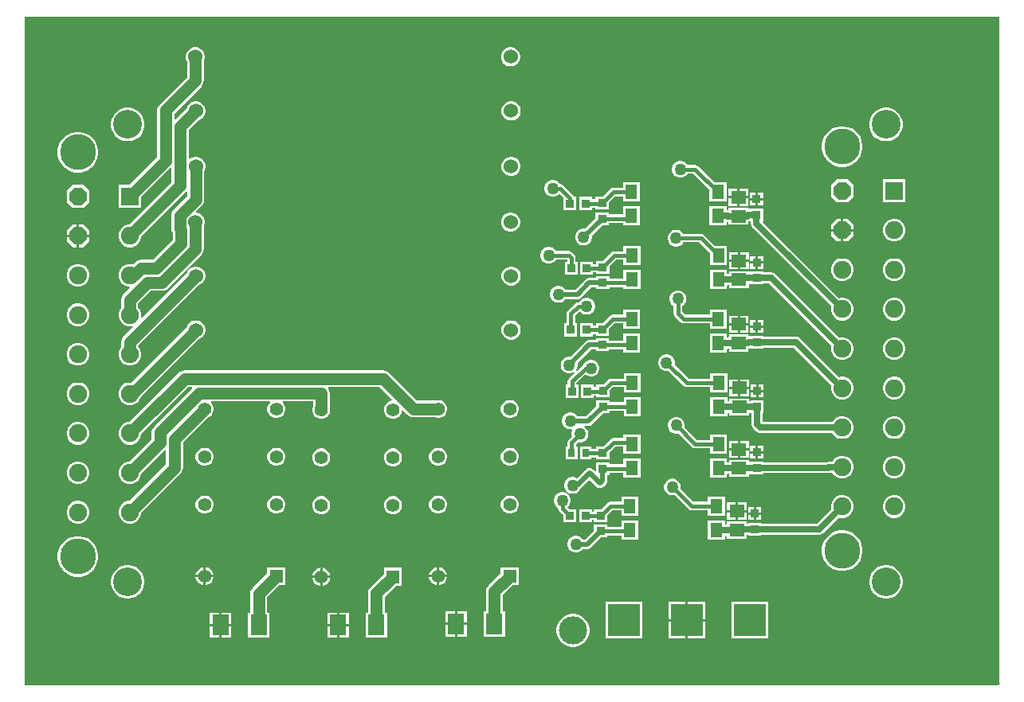
<source format=gtl>
G04*
G04 #@! TF.GenerationSoftware,Altium Limited,Altium Designer,21.8.1 (53)*
G04*
G04 Layer_Physical_Order=1*
G04 Layer_Color=255*
%FSLAX25Y25*%
%MOIN*%
G70*
G04*
G04 #@! TF.SameCoordinates,729F89BC-3EE5-4BC6-91F8-0038CAF30645*
G04*
G04*
G04 #@! TF.FilePolarity,Positive*
G04*
G01*
G75*
%ADD15R,0.02756X0.03543*%
%ADD16R,0.03543X0.03347*%
%ADD17R,0.06300X0.05200*%
%ADD18R,0.05118X0.05906*%
%ADD19R,0.03347X0.03543*%
%ADD20R,0.07000X0.08500*%
%ADD30C,0.11811*%
%ADD31R,0.13189X0.13189*%
%ADD32C,0.05512*%
%ADD33R,0.05512X0.05512*%
%ADD37C,0.01500*%
%ADD38C,0.05000*%
%ADD39C,0.02000*%
%ADD40C,0.02500*%
%ADD41C,0.07500*%
%ADD42R,0.07500X0.07500*%
%ADD43P,0.08118X8X202.5*%
%ADD44C,0.06000*%
%ADD45C,0.15000*%
%ADD46C,0.05000*%
%ADD47C,0.12000*%
G36*
X407700Y1200D02*
X408000Y900D01*
X407100Y0D01*
X0D01*
Y279900D01*
X407700D01*
Y1200D01*
D02*
G37*
%LPC*%
G36*
X203927Y267200D02*
X202873D01*
X201856Y266927D01*
X200944Y266401D01*
X200199Y265656D01*
X199673Y264744D01*
X199400Y263727D01*
Y262673D01*
X199673Y261656D01*
X200199Y260744D01*
X200944Y259999D01*
X201856Y259473D01*
X202873Y259200D01*
X203927D01*
X204944Y259473D01*
X205856Y259999D01*
X206601Y260744D01*
X207127Y261656D01*
X207400Y262673D01*
Y263727D01*
X207127Y264744D01*
X206601Y265656D01*
X205856Y266401D01*
X204944Y266927D01*
X203927Y267200D01*
D02*
G37*
G36*
X204127Y244500D02*
X203073D01*
X202056Y244227D01*
X201144Y243701D01*
X200399Y242956D01*
X199873Y242044D01*
X199600Y241027D01*
Y239973D01*
X199873Y238956D01*
X200399Y238044D01*
X201144Y237299D01*
X202056Y236773D01*
X203073Y236500D01*
X204127D01*
X205144Y236773D01*
X206056Y237299D01*
X206801Y238044D01*
X207327Y238956D01*
X207600Y239973D01*
Y241027D01*
X207327Y242044D01*
X206801Y242956D01*
X206056Y243701D01*
X205144Y244227D01*
X204127Y244500D01*
D02*
G37*
G36*
X361089Y241850D02*
X359711D01*
X358358Y241581D01*
X357084Y241053D01*
X355938Y240287D01*
X354963Y239312D01*
X354197Y238166D01*
X353669Y236892D01*
X353400Y235539D01*
Y234161D01*
X353669Y232808D01*
X354197Y231534D01*
X354963Y230388D01*
X355938Y229413D01*
X357084Y228647D01*
X358358Y228119D01*
X359711Y227850D01*
X361089D01*
X362442Y228119D01*
X363716Y228647D01*
X364862Y229413D01*
X365837Y230388D01*
X366603Y231534D01*
X367131Y232808D01*
X367400Y234161D01*
Y235539D01*
X367131Y236892D01*
X366603Y238166D01*
X365837Y239312D01*
X364862Y240287D01*
X363716Y241053D01*
X362442Y241581D01*
X361089Y241850D01*
D02*
G37*
G36*
X43889D02*
X42511D01*
X41158Y241581D01*
X39884Y241053D01*
X38738Y240287D01*
X37763Y239312D01*
X36997Y238166D01*
X36469Y236892D01*
X36200Y235539D01*
Y234161D01*
X36469Y232808D01*
X36997Y231534D01*
X37763Y230388D01*
X38738Y229413D01*
X39884Y228647D01*
X41158Y228119D01*
X42511Y227850D01*
X43889D01*
X45242Y228119D01*
X46516Y228647D01*
X47662Y229413D01*
X48637Y230388D01*
X49403Y231534D01*
X49931Y232808D01*
X50200Y234161D01*
Y235539D01*
X49931Y236892D01*
X49403Y238166D01*
X48637Y239312D01*
X47662Y240287D01*
X46516Y241053D01*
X45242Y241581D01*
X43889Y241850D01*
D02*
G37*
G36*
X342937Y234160D02*
X341263D01*
X339621Y233833D01*
X338074Y233193D01*
X336682Y232262D01*
X335498Y231078D01*
X334567Y229686D01*
X333927Y228139D01*
X333600Y226497D01*
Y224823D01*
X333927Y223181D01*
X334567Y221634D01*
X335498Y220242D01*
X336682Y219058D01*
X338074Y218127D01*
X339621Y217487D01*
X341263Y217160D01*
X342937D01*
X344579Y217487D01*
X346126Y218127D01*
X347518Y219058D01*
X348702Y220242D01*
X349633Y221634D01*
X350273Y223181D01*
X350600Y224823D01*
Y226497D01*
X350273Y228139D01*
X349633Y229686D01*
X348702Y231078D01*
X347518Y232262D01*
X346126Y233193D01*
X344579Y233833D01*
X342937Y234160D01*
D02*
G37*
G36*
X23237Y231780D02*
X21563D01*
X19921Y231453D01*
X18374Y230813D01*
X16982Y229882D01*
X15798Y228698D01*
X14867Y227306D01*
X14227Y225759D01*
X13900Y224117D01*
Y222443D01*
X14227Y220801D01*
X14867Y219254D01*
X15798Y217862D01*
X16982Y216678D01*
X18374Y215747D01*
X19921Y215107D01*
X21563Y214780D01*
X23237D01*
X24879Y215107D01*
X26426Y215747D01*
X27818Y216678D01*
X29002Y217862D01*
X29933Y219254D01*
X30573Y220801D01*
X30900Y222443D01*
Y224117D01*
X30573Y225759D01*
X29933Y227306D01*
X29002Y228698D01*
X27818Y229882D01*
X26426Y230813D01*
X24879Y231453D01*
X23237Y231780D01*
D02*
G37*
G36*
X204067Y221300D02*
X203013D01*
X201996Y221027D01*
X201084Y220501D01*
X200339Y219756D01*
X199813Y218844D01*
X199540Y217827D01*
Y216773D01*
X199813Y215756D01*
X200339Y214844D01*
X201084Y214099D01*
X201996Y213573D01*
X203013Y213300D01*
X204067D01*
X205084Y213573D01*
X205996Y214099D01*
X206741Y214844D01*
X207267Y215756D01*
X207540Y216773D01*
Y217827D01*
X207267Y218844D01*
X206741Y219756D01*
X205996Y220501D01*
X205084Y221027D01*
X204067Y221300D01*
D02*
G37*
G36*
X302850Y208000D02*
X299200D01*
Y204900D01*
X302850D01*
Y208000D01*
D02*
G37*
G36*
X298200D02*
X294550D01*
Y204900D01*
X298200D01*
Y208000D01*
D02*
G37*
G36*
X308972Y206221D02*
X306700D01*
Y204048D01*
X308972D01*
Y206221D01*
D02*
G37*
G36*
X305700D02*
X303428D01*
Y204048D01*
X305700D01*
Y206221D01*
D02*
G37*
G36*
X274861Y219600D02*
X273939D01*
X273049Y219361D01*
X272251Y218901D01*
X271599Y218249D01*
X271139Y217451D01*
X270900Y216561D01*
Y215639D01*
X271139Y214749D01*
X271599Y213951D01*
X272251Y213299D01*
X273049Y212839D01*
X273939Y212600D01*
X274861D01*
X275751Y212839D01*
X276549Y213299D01*
X277201Y213951D01*
X277411Y214316D01*
X279871D01*
X286551Y207636D01*
Y202647D01*
X293669D01*
Y210553D01*
X288681D01*
X281872Y217362D01*
X281293Y217748D01*
X280610Y217884D01*
X277411D01*
X277201Y218249D01*
X276549Y218901D01*
X275751Y219361D01*
X274861Y219600D01*
D02*
G37*
G36*
X257449Y210553D02*
X250331D01*
Y208384D01*
X246352D01*
X245669Y208248D01*
X245090Y207862D01*
X241850Y204621D01*
X238928D01*
Y203584D01*
X237321D01*
Y204572D01*
X231975D01*
Y199028D01*
X237321D01*
Y200016D01*
X238928D01*
Y199275D01*
X244472D01*
Y202196D01*
X247091Y204816D01*
X250331D01*
Y202647D01*
X257449D01*
Y210553D01*
D02*
G37*
G36*
X368550Y211910D02*
X359050D01*
Y202410D01*
X368550D01*
Y211910D01*
D02*
G37*
G36*
X344475D02*
X339725D01*
X337350Y209535D01*
Y204785D01*
X339725Y202410D01*
X344475D01*
X346850Y204785D01*
Y209535D01*
X344475Y211910D01*
D02*
G37*
G36*
X308972Y203048D02*
X306700D01*
Y200875D01*
X308972D01*
Y203048D01*
D02*
G37*
G36*
X305700D02*
X303428D01*
Y200875D01*
X305700D01*
Y203048D01*
D02*
G37*
G36*
X302850Y203900D02*
X299200D01*
Y200800D01*
X302850D01*
Y203900D01*
D02*
G37*
G36*
X298200D02*
X294550D01*
Y200800D01*
X298200D01*
Y203900D01*
D02*
G37*
G36*
X24775Y209530D02*
X20025D01*
X17650Y207155D01*
Y202405D01*
X20025Y200030D01*
X24775D01*
X27150Y202405D01*
Y207155D01*
X24775Y209530D01*
D02*
G37*
G36*
X221461Y211600D02*
X220539D01*
X219649Y211362D01*
X218851Y210901D01*
X218199Y210249D01*
X217739Y209451D01*
X217500Y208561D01*
Y207639D01*
X217739Y206749D01*
X218199Y205951D01*
X218851Y205299D01*
X219649Y204838D01*
X220539Y204600D01*
X221461D01*
X222351Y204838D01*
X223149Y205299D01*
X223765Y205915D01*
X225479Y204202D01*
Y199028D01*
X230825D01*
Y204572D01*
X229833D01*
X229801Y204735D01*
X229414Y205314D01*
X229414Y205314D01*
X225366Y209362D01*
X224787Y209749D01*
X224104Y209884D01*
X224011D01*
X223801Y210249D01*
X223149Y210901D01*
X222351Y211362D01*
X221461Y211600D01*
D02*
G37*
G36*
X257449Y200553D02*
X250331D01*
Y197236D01*
X244472D01*
Y198125D01*
X238928D01*
Y195564D01*
X234521Y191157D01*
X234361Y191200D01*
X233439D01*
X232549Y190962D01*
X231751Y190501D01*
X231099Y189849D01*
X230639Y189051D01*
X230400Y188161D01*
Y187239D01*
X230639Y186349D01*
X231099Y185551D01*
X231751Y184899D01*
X232549Y184439D01*
X233439Y184200D01*
X234361D01*
X235251Y184439D01*
X236049Y184899D01*
X236701Y185551D01*
X237161Y186349D01*
X237400Y187239D01*
Y188161D01*
X237377Y188245D01*
X241911Y192779D01*
X244472D01*
Y193668D01*
X250331D01*
Y192647D01*
X257449D01*
Y200553D01*
D02*
G37*
G36*
X344475Y195370D02*
X342600D01*
Y191120D01*
X346850D01*
Y192995D01*
X344475Y195370D01*
D02*
G37*
G36*
X341600D02*
X339725D01*
X337350Y192995D01*
Y191120D01*
X341600D01*
Y195370D01*
D02*
G37*
G36*
X203927Y198000D02*
X202873D01*
X201856Y197727D01*
X200944Y197201D01*
X200199Y196456D01*
X199673Y195544D01*
X199400Y194527D01*
Y193473D01*
X199673Y192456D01*
X200199Y191544D01*
X200944Y190799D01*
X201856Y190273D01*
X202873Y190000D01*
X203927D01*
X204944Y190273D01*
X205856Y190799D01*
X206601Y191544D01*
X207127Y192456D01*
X207400Y193473D01*
Y194527D01*
X207127Y195544D01*
X206601Y196456D01*
X205856Y197201D01*
X204944Y197727D01*
X203927Y198000D01*
D02*
G37*
G36*
X24775Y192990D02*
X22900D01*
Y188740D01*
X27150D01*
Y190615D01*
X24775Y192990D01*
D02*
G37*
G36*
X21900D02*
X20025D01*
X17650Y190615D01*
Y188740D01*
X21900D01*
Y192990D01*
D02*
G37*
G36*
X364425Y195370D02*
X363175D01*
X361967Y195046D01*
X360883Y194421D01*
X359999Y193537D01*
X359374Y192453D01*
X359050Y191245D01*
Y189995D01*
X359374Y188787D01*
X359999Y187703D01*
X360883Y186819D01*
X361967Y186194D01*
X363175Y185870D01*
X364425D01*
X365633Y186194D01*
X366717Y186819D01*
X367601Y187703D01*
X368226Y188787D01*
X368550Y189995D01*
Y191245D01*
X368226Y192453D01*
X367601Y193537D01*
X366717Y194421D01*
X365633Y195046D01*
X364425Y195370D01*
D02*
G37*
G36*
X346850Y190120D02*
X342600D01*
Y185870D01*
X344475D01*
X346850Y188245D01*
Y190120D01*
D02*
G37*
G36*
X341600D02*
X337350D01*
Y188245D01*
X339725Y185870D01*
X341600D01*
Y190120D01*
D02*
G37*
G36*
X27150Y187740D02*
X22900D01*
Y183490D01*
X24775D01*
X27150Y185865D01*
Y187740D01*
D02*
G37*
G36*
X21900D02*
X17650D01*
Y185865D01*
X20025Y183490D01*
X21900D01*
Y187740D01*
D02*
G37*
G36*
X257649Y183953D02*
X250531D01*
Y181784D01*
X246852D01*
X246852Y181784D01*
X246169Y181649D01*
X245590Y181262D01*
X245590Y181262D01*
X242050Y177721D01*
X239128D01*
Y176484D01*
X237921D01*
Y177472D01*
X232575D01*
Y171928D01*
X237921D01*
Y172916D01*
X239128D01*
Y172375D01*
X244672D01*
Y175296D01*
X247591Y178216D01*
X250531D01*
Y176047D01*
X257649D01*
Y183953D01*
D02*
G37*
G36*
X303050Y181400D02*
X299400D01*
Y178300D01*
X303050D01*
Y181400D01*
D02*
G37*
G36*
X298400D02*
X294750D01*
Y178300D01*
X298400D01*
Y181400D01*
D02*
G37*
G36*
X309172Y179721D02*
X306900D01*
Y177548D01*
X309172D01*
Y179721D01*
D02*
G37*
G36*
X305900D02*
X303628D01*
Y177548D01*
X305900D01*
Y179721D01*
D02*
G37*
G36*
X72027Y267200D02*
X70973D01*
X69956Y266927D01*
X69044Y266401D01*
X68299Y265656D01*
X67773Y264744D01*
X67500Y263727D01*
Y262673D01*
X67773Y261656D01*
X67970Y261315D01*
Y254762D01*
X56644Y243436D01*
X56083Y242705D01*
X55730Y241854D01*
X55610Y240940D01*
Y221282D01*
X43857Y209530D01*
X39350D01*
Y200030D01*
X48850D01*
Y204538D01*
X61148Y216835D01*
X61610Y216644D01*
Y210742D01*
X43857Y192990D01*
X43475D01*
X42267Y192666D01*
X41183Y192041D01*
X40299Y191157D01*
X39674Y190073D01*
X39350Y188865D01*
Y187615D01*
X39674Y186407D01*
X40299Y185323D01*
X41183Y184439D01*
X42267Y183814D01*
X43475Y183490D01*
X44725D01*
X45933Y183814D01*
X47017Y184439D01*
X47901Y185323D01*
X48526Y186407D01*
X48850Y187615D01*
Y187997D01*
X67610Y206757D01*
X67744Y206747D01*
X68110Y206623D01*
Y204795D01*
X62504Y199189D01*
X61943Y198458D01*
X61590Y197606D01*
X61470Y196692D01*
Y191308D01*
X61590Y190394D01*
X61943Y189542D01*
X61970Y189507D01*
Y186548D01*
X53649Y178227D01*
X48865D01*
X47951Y178107D01*
X47100Y177754D01*
X46369Y177193D01*
X45435Y176260D01*
X44725Y176450D01*
X43475D01*
X42267Y176126D01*
X41183Y175501D01*
X40299Y174617D01*
X39674Y173533D01*
X39350Y172325D01*
Y171075D01*
X39674Y169867D01*
X40299Y168783D01*
X41183Y167899D01*
X42267Y167274D01*
X43475Y166950D01*
X43957D01*
X44149Y166488D01*
X41604Y163943D01*
X41043Y163212D01*
X40690Y162361D01*
X40570Y161447D01*
Y158347D01*
X40299Y158077D01*
X39674Y156993D01*
X39350Y155785D01*
Y154535D01*
X39674Y153327D01*
X40299Y152243D01*
X41183Y151359D01*
X42267Y150734D01*
X43475Y150410D01*
X44725D01*
X45115Y150514D01*
X45374Y150066D01*
X41604Y146296D01*
X41043Y145565D01*
X40690Y144714D01*
X40570Y143800D01*
Y141807D01*
X40299Y141537D01*
X39674Y140453D01*
X39350Y139245D01*
Y137995D01*
X39674Y136787D01*
X40299Y135703D01*
X41183Y134819D01*
X42267Y134194D01*
X43475Y133870D01*
X44725D01*
X45933Y134194D01*
X47017Y134819D01*
X47901Y135703D01*
X48526Y136787D01*
X48850Y137995D01*
Y139245D01*
X48526Y140453D01*
X47901Y141537D01*
X47630Y141807D01*
Y142338D01*
X72863Y167570D01*
X73244Y167673D01*
X74156Y168199D01*
X74901Y168944D01*
X75427Y169856D01*
X75700Y170873D01*
Y171927D01*
X75427Y172944D01*
X74901Y173856D01*
X74156Y174601D01*
X73244Y175127D01*
X72227Y175400D01*
X71173D01*
X70156Y175127D01*
X69244Y174601D01*
X68499Y173856D01*
X67973Y172944D01*
X67870Y172563D01*
X49194Y153886D01*
X48746Y154145D01*
X48850Y154535D01*
Y155785D01*
X48526Y156993D01*
X47901Y158077D01*
X47630Y158347D01*
Y159985D01*
X52812Y165167D01*
X57597D01*
X58511Y165287D01*
X59362Y165640D01*
X60093Y166201D01*
X73996Y180104D01*
X74557Y180835D01*
X74910Y181686D01*
X75030Y182600D01*
Y192114D01*
X75227Y192456D01*
X75500Y193473D01*
Y194527D01*
X75227Y195544D01*
X74701Y196456D01*
X73956Y197201D01*
X73044Y197727D01*
X72027Y198000D01*
X71953D01*
X71762Y198462D01*
X74136Y200836D01*
X74697Y201567D01*
X75050Y202419D01*
X75170Y203332D01*
Y215415D01*
X75367Y215756D01*
X75640Y216773D01*
Y217827D01*
X75367Y218844D01*
X74841Y219756D01*
X74096Y220501D01*
X73184Y221027D01*
X72167Y221300D01*
X71113D01*
X70096Y221027D01*
X69184Y220501D01*
X69132Y220449D01*
X68670Y220640D01*
Y232478D01*
X72863Y236670D01*
X73244Y236773D01*
X74156Y237299D01*
X74901Y238044D01*
X75427Y238956D01*
X75700Y239973D01*
Y241027D01*
X75427Y242044D01*
X74901Y242956D01*
X74156Y243701D01*
X73244Y244227D01*
X72227Y244500D01*
X71173D01*
X70156Y244227D01*
X69244Y243701D01*
X68499Y242956D01*
X67973Y242044D01*
X67870Y241663D01*
X63132Y236925D01*
X62670Y237116D01*
Y239478D01*
X73996Y250804D01*
X74557Y251535D01*
X74910Y252386D01*
X75030Y253300D01*
Y261315D01*
X75227Y261656D01*
X75500Y262673D01*
Y263727D01*
X75227Y264744D01*
X74701Y265656D01*
X73956Y266401D01*
X73044Y266927D01*
X72027Y267200D01*
D02*
G37*
G36*
X273061Y190800D02*
X272139D01*
X271249Y190561D01*
X270451Y190101D01*
X269799Y189449D01*
X269338Y188651D01*
X269100Y187761D01*
Y186839D01*
X269338Y185949D01*
X269799Y185151D01*
X270451Y184499D01*
X271249Y184038D01*
X272139Y183800D01*
X273061D01*
X273951Y184038D01*
X274749Y184499D01*
X275401Y185151D01*
X275611Y185516D01*
X282271D01*
X286751Y181036D01*
Y176047D01*
X293869D01*
Y183953D01*
X288881D01*
X284272Y188562D01*
X283693Y188949D01*
X283010Y189084D01*
X275611D01*
X275401Y189449D01*
X274749Y190101D01*
X273951Y190561D01*
X273061Y190800D01*
D02*
G37*
G36*
X309172Y176548D02*
X306900D01*
Y174375D01*
X309172D01*
Y176548D01*
D02*
G37*
G36*
X305900D02*
X303628D01*
Y174375D01*
X305900D01*
Y176548D01*
D02*
G37*
G36*
X303050Y177300D02*
X299400D01*
Y174200D01*
X303050D01*
Y177300D01*
D02*
G37*
G36*
X298400D02*
X294750D01*
Y174200D01*
X298400D01*
Y177300D01*
D02*
G37*
G36*
X219761Y183600D02*
X218839D01*
X217949Y183361D01*
X217151Y182901D01*
X216499Y182249D01*
X216038Y181451D01*
X215800Y180561D01*
Y179639D01*
X216038Y178749D01*
X216499Y177951D01*
X217151Y177299D01*
X217949Y176839D01*
X218839Y176600D01*
X219761D01*
X220651Y176839D01*
X221449Y177299D01*
X222101Y177951D01*
X222311Y178316D01*
X226961D01*
X226968Y178309D01*
Y177472D01*
X226079D01*
Y171928D01*
X231425D01*
Y177472D01*
X230536D01*
Y179048D01*
X230400Y179731D01*
X230014Y180310D01*
X230014Y180310D01*
X228962Y181362D01*
X228383Y181748D01*
X227700Y181884D01*
X222311D01*
X222101Y182249D01*
X221449Y182901D01*
X220651Y183361D01*
X219761Y183600D01*
D02*
G37*
G36*
X257649Y173953D02*
X250531D01*
Y170336D01*
X244672D01*
Y171225D01*
X239128D01*
Y170591D01*
X236236D01*
X235456Y170436D01*
X234794Y169994D01*
X230539Y165739D01*
X226264D01*
X226201Y165849D01*
X225549Y166501D01*
X224751Y166962D01*
X223861Y167200D01*
X222939D01*
X222049Y166962D01*
X221251Y166501D01*
X220599Y165849D01*
X220139Y165051D01*
X219900Y164161D01*
Y163239D01*
X220139Y162349D01*
X220599Y161551D01*
X221251Y160899D01*
X222049Y160439D01*
X222939Y160200D01*
X223861D01*
X224751Y160439D01*
X225549Y160899D01*
X226201Y161551D01*
X226264Y161661D01*
X231384D01*
X232165Y161816D01*
X232826Y162258D01*
X237081Y166513D01*
X239128D01*
Y165879D01*
X244672D01*
Y166768D01*
X250531D01*
Y166047D01*
X257649D01*
Y173953D01*
D02*
G37*
G36*
X364425Y178830D02*
X363175D01*
X361967Y178506D01*
X360883Y177881D01*
X359999Y176997D01*
X359374Y175913D01*
X359050Y174705D01*
Y173455D01*
X359374Y172247D01*
X359999Y171163D01*
X360883Y170279D01*
X361967Y169654D01*
X363175Y169330D01*
X364425D01*
X365633Y169654D01*
X366717Y170279D01*
X367601Y171163D01*
X368226Y172247D01*
X368550Y173455D01*
Y174705D01*
X368226Y175913D01*
X367601Y176997D01*
X366717Y177881D01*
X365633Y178506D01*
X364425Y178830D01*
D02*
G37*
G36*
X342725D02*
X341475D01*
X340267Y178506D01*
X339183Y177881D01*
X338299Y176997D01*
X337674Y175913D01*
X337350Y174705D01*
Y173455D01*
X337674Y172247D01*
X338299Y171163D01*
X339183Y170279D01*
X340267Y169654D01*
X341475Y169330D01*
X342725D01*
X343933Y169654D01*
X345017Y170279D01*
X345901Y171163D01*
X346526Y172247D01*
X346850Y173455D01*
Y174705D01*
X346526Y175913D01*
X345901Y176997D01*
X345017Y177881D01*
X343933Y178506D01*
X342725Y178830D01*
D02*
G37*
G36*
X204127Y175400D02*
X203073D01*
X202056Y175127D01*
X201144Y174601D01*
X200399Y173856D01*
X199873Y172944D01*
X199600Y171927D01*
Y170873D01*
X199873Y169856D01*
X200399Y168944D01*
X201144Y168199D01*
X202056Y167673D01*
X203073Y167400D01*
X204127D01*
X205144Y167673D01*
X206056Y168199D01*
X206801Y168944D01*
X207327Y169856D01*
X207600Y170873D01*
Y171927D01*
X207327Y172944D01*
X206801Y173856D01*
X206056Y174601D01*
X205144Y175127D01*
X204127Y175400D01*
D02*
G37*
G36*
X23025Y176450D02*
X21775D01*
X20567Y176126D01*
X19483Y175501D01*
X18599Y174617D01*
X17974Y173533D01*
X17650Y172325D01*
Y171075D01*
X17974Y169867D01*
X18599Y168783D01*
X19483Y167899D01*
X20567Y167274D01*
X21775Y166950D01*
X23025D01*
X24233Y167274D01*
X25317Y167899D01*
X26201Y168783D01*
X26826Y169867D01*
X27150Y171075D01*
Y172325D01*
X26826Y173533D01*
X26201Y174617D01*
X25317Y175501D01*
X24233Y176126D01*
X23025Y176450D01*
D02*
G37*
G36*
X235661Y162200D02*
X234739D01*
X233849Y161961D01*
X233051Y161501D01*
X232399Y160849D01*
X232189Y160484D01*
X231700D01*
X231017Y160348D01*
X230438Y159962D01*
X230438Y159962D01*
X227290Y156814D01*
X226904Y156235D01*
X226768Y155552D01*
Y151672D01*
X225879D01*
Y146128D01*
X231225D01*
Y151672D01*
X230336D01*
Y154813D01*
X231951Y156427D01*
X232590Y156360D01*
X233051Y155899D01*
X233849Y155438D01*
X234739Y155200D01*
X235661D01*
X236551Y155438D01*
X237349Y155899D01*
X238001Y156551D01*
X238461Y157349D01*
X238700Y158239D01*
Y159161D01*
X238461Y160051D01*
X238001Y160849D01*
X237349Y161501D01*
X236551Y161961D01*
X235661Y162200D01*
D02*
G37*
G36*
X257549Y157353D02*
X250431D01*
Y155184D01*
X246152D01*
X246152Y155184D01*
X245469Y155049D01*
X244890Y154662D01*
X244890Y154662D01*
X241950Y151721D01*
X239028D01*
Y150684D01*
X237721D01*
Y151672D01*
X232375D01*
Y146128D01*
X237721D01*
Y147116D01*
X239028D01*
Y146375D01*
X244572D01*
Y149296D01*
X246891Y151616D01*
X250431D01*
Y149447D01*
X257549D01*
Y157353D01*
D02*
G37*
G36*
X364425Y162290D02*
X363175D01*
X361967Y161966D01*
X360883Y161341D01*
X359999Y160457D01*
X359374Y159373D01*
X359050Y158165D01*
Y156915D01*
X359374Y155707D01*
X359999Y154623D01*
X360883Y153739D01*
X361967Y153114D01*
X363175Y152790D01*
X364425D01*
X365633Y153114D01*
X366717Y153739D01*
X367601Y154623D01*
X368226Y155707D01*
X368550Y156915D01*
Y158165D01*
X368226Y159373D01*
X367601Y160457D01*
X366717Y161341D01*
X365633Y161966D01*
X364425Y162290D01*
D02*
G37*
G36*
X293669Y200553D02*
X286551D01*
Y192647D01*
X293669D01*
Y193888D01*
X294056Y194205D01*
X294237Y194169D01*
X294550D01*
Y192863D01*
X302850D01*
Y194266D01*
X302966Y194289D01*
X303428Y194379D01*
X303428Y194379D01*
X303906Y194325D01*
Y193440D01*
X304081Y192562D01*
X304578Y191818D01*
X337536Y158860D01*
X337350Y158165D01*
Y156915D01*
X337674Y155707D01*
X338299Y154623D01*
X339183Y153739D01*
X340267Y153114D01*
X341475Y152790D01*
X342725D01*
X343933Y153114D01*
X345017Y153739D01*
X345901Y154623D01*
X346526Y155707D01*
X346850Y156915D01*
Y158165D01*
X346526Y159373D01*
X345901Y160457D01*
X345017Y161341D01*
X343933Y161966D01*
X342725Y162290D01*
X341475D01*
X340780Y162104D01*
X308835Y194049D01*
X308972Y194379D01*
X308972D01*
Y199725D01*
X303428D01*
Y199435D01*
X303347Y199424D01*
X302850Y199855D01*
Y200063D01*
X294550D01*
Y199199D01*
X294164Y198882D01*
X294155Y198883D01*
X294100Y198894D01*
X294056D01*
X293669Y198937D01*
Y200553D01*
D02*
G37*
G36*
X302950Y154800D02*
X299300D01*
Y151700D01*
X302950D01*
Y154800D01*
D02*
G37*
G36*
X298300D02*
X294650D01*
Y151700D01*
X298300D01*
Y154800D01*
D02*
G37*
G36*
X309072Y152921D02*
X306800D01*
Y150748D01*
X309072D01*
Y152921D01*
D02*
G37*
G36*
X305800D02*
X303528D01*
Y150748D01*
X305800D01*
Y152921D01*
D02*
G37*
G36*
X23025Y159910D02*
X21775D01*
X20567Y159586D01*
X19483Y158961D01*
X18599Y158077D01*
X17974Y156993D01*
X17650Y155785D01*
Y154535D01*
X17974Y153327D01*
X18599Y152243D01*
X19483Y151359D01*
X20567Y150734D01*
X21775Y150410D01*
X23025D01*
X24233Y150734D01*
X25317Y151359D01*
X26201Y152243D01*
X26826Y153327D01*
X27150Y154535D01*
Y155785D01*
X26826Y156993D01*
X26201Y158077D01*
X25317Y158961D01*
X24233Y159586D01*
X23025Y159910D01*
D02*
G37*
G36*
X273861Y165400D02*
X272939D01*
X272049Y165162D01*
X271251Y164701D01*
X270599Y164049D01*
X270139Y163251D01*
X269900Y162361D01*
Y161439D01*
X270139Y160549D01*
X270599Y159751D01*
X271251Y159099D01*
X271616Y158889D01*
Y155700D01*
X271751Y155017D01*
X272138Y154438D01*
X274438Y152138D01*
X275017Y151751D01*
X275700Y151616D01*
X286651D01*
Y149447D01*
X293769D01*
Y157353D01*
X286651D01*
Y155184D01*
X276439D01*
X275184Y156439D01*
Y158889D01*
X275549Y159099D01*
X276201Y159751D01*
X276661Y160549D01*
X276900Y161439D01*
Y162361D01*
X276661Y163251D01*
X276201Y164049D01*
X275549Y164701D01*
X274751Y165162D01*
X273861Y165400D01*
D02*
G37*
G36*
X302950Y150700D02*
X299300D01*
Y147600D01*
X302950D01*
Y150700D01*
D02*
G37*
G36*
X298300D02*
X294650D01*
Y147600D01*
X298300D01*
Y150700D01*
D02*
G37*
G36*
X309072Y149748D02*
X306800D01*
Y147575D01*
X309072D01*
Y149748D01*
D02*
G37*
G36*
X305800D02*
X303528D01*
Y147575D01*
X305800D01*
Y149748D01*
D02*
G37*
G36*
X204127Y152800D02*
X203073D01*
X202056Y152527D01*
X201144Y152001D01*
X200399Y151256D01*
X199873Y150344D01*
X199600Y149327D01*
Y148273D01*
X199873Y147256D01*
X200399Y146344D01*
X201144Y145599D01*
X202056Y145073D01*
X203073Y144800D01*
X204127D01*
X205144Y145073D01*
X206056Y145599D01*
X206801Y146344D01*
X207327Y147256D01*
X207600Y148273D01*
Y149327D01*
X207327Y150344D01*
X206801Y151256D01*
X206056Y152001D01*
X205144Y152527D01*
X204127Y152800D01*
D02*
G37*
G36*
X257549Y147353D02*
X250431D01*
Y144336D01*
X244572D01*
Y145225D01*
X239028D01*
Y144591D01*
X236252D01*
X235472Y144436D01*
X234810Y143994D01*
X228383Y137567D01*
X228261Y137600D01*
X227339D01*
X226449Y137362D01*
X225651Y136901D01*
X224999Y136249D01*
X224538Y135451D01*
X224300Y134561D01*
Y133639D01*
X224538Y132749D01*
X224999Y131951D01*
X225651Y131299D01*
X226449Y130839D01*
X227339Y130600D01*
X228261D01*
X229151Y130839D01*
X229882Y131261D01*
X230189Y130861D01*
X227790Y128462D01*
X227403Y127883D01*
X227268Y127200D01*
Y125872D01*
X226379D01*
Y120328D01*
X231725D01*
Y125872D01*
X230836D01*
Y126461D01*
X234613Y130237D01*
X234851Y129999D01*
X235649Y129539D01*
X236539Y129300D01*
X237461D01*
X238351Y129539D01*
X239149Y129999D01*
X239801Y130651D01*
X240262Y131449D01*
X240500Y132339D01*
Y133261D01*
X240262Y134151D01*
X239801Y134949D01*
X239149Y135601D01*
X238351Y136062D01*
X237461Y136300D01*
X236539D01*
X235649Y136062D01*
X234851Y135601D01*
X234199Y134949D01*
X233873Y134384D01*
X233390Y134062D01*
X233390Y134062D01*
X231039Y131711D01*
X230639Y132018D01*
X231062Y132749D01*
X231300Y133639D01*
Y134561D01*
X231267Y134683D01*
X237097Y140513D01*
X239028D01*
Y139879D01*
X244572D01*
Y140768D01*
X250431D01*
Y139447D01*
X257549D01*
Y147353D01*
D02*
G37*
G36*
X364425Y145750D02*
X363175D01*
X361967Y145426D01*
X360883Y144801D01*
X359999Y143917D01*
X359374Y142833D01*
X359050Y141625D01*
Y140375D01*
X359374Y139167D01*
X359999Y138083D01*
X360883Y137199D01*
X361967Y136574D01*
X363175Y136250D01*
X364425D01*
X365633Y136574D01*
X366717Y137199D01*
X367601Y138083D01*
X368226Y139167D01*
X368550Y140375D01*
Y141625D01*
X368226Y142833D01*
X367601Y143917D01*
X366717Y144801D01*
X365633Y145426D01*
X364425Y145750D01*
D02*
G37*
G36*
X293869Y173953D02*
X286751D01*
Y166047D01*
X293869D01*
Y167288D01*
X294256Y167605D01*
X294437Y167569D01*
X294750D01*
Y166263D01*
X303050D01*
Y168258D01*
X303628D01*
Y167879D01*
X309172D01*
Y168258D01*
X311598D01*
X337536Y142320D01*
X337350Y141625D01*
Y140375D01*
X337674Y139167D01*
X338299Y138083D01*
X339183Y137199D01*
X340267Y136574D01*
X341475Y136250D01*
X342725D01*
X343933Y136574D01*
X345017Y137199D01*
X345901Y138083D01*
X346526Y139167D01*
X346850Y140375D01*
Y141625D01*
X346526Y142833D01*
X345901Y143917D01*
X345017Y144801D01*
X343933Y145426D01*
X342725Y145750D01*
X341475D01*
X340780Y145564D01*
X314170Y172174D01*
X313426Y172671D01*
X312548Y172846D01*
X309172D01*
Y173225D01*
X303628D01*
Y172846D01*
X303050D01*
Y173463D01*
X294750D01*
Y172599D01*
X294364Y172282D01*
X294355Y172283D01*
X294300Y172294D01*
X294256D01*
X293869Y172337D01*
Y173953D01*
D02*
G37*
G36*
X23025Y143370D02*
X21775D01*
X20567Y143046D01*
X19483Y142421D01*
X18599Y141537D01*
X17974Y140453D01*
X17650Y139245D01*
Y137995D01*
X17974Y136787D01*
X18599Y135703D01*
X19483Y134819D01*
X20567Y134194D01*
X21775Y133870D01*
X23025D01*
X24233Y134194D01*
X25317Y134819D01*
X26201Y135703D01*
X26826Y136787D01*
X27150Y137995D01*
Y139245D01*
X26826Y140453D01*
X26201Y141537D01*
X25317Y142421D01*
X24233Y143046D01*
X23025Y143370D01*
D02*
G37*
G36*
X257749Y130653D02*
X250631D01*
Y128484D01*
X245452D01*
X245452Y128484D01*
X244769Y128349D01*
X244190Y127962D01*
X244190Y127962D01*
X242150Y125921D01*
X239228D01*
Y124884D01*
X238221D01*
Y125872D01*
X232875D01*
Y120328D01*
X238221D01*
Y121316D01*
X239228D01*
Y120575D01*
X244772D01*
Y123496D01*
X246191Y124916D01*
X250631D01*
Y122747D01*
X257749D01*
Y130653D01*
D02*
G37*
G36*
X72227Y152800D02*
X71173D01*
X70156Y152527D01*
X69244Y152001D01*
X68499Y151256D01*
X67973Y150344D01*
X67870Y149963D01*
X44735Y126827D01*
X44725Y126830D01*
X43475D01*
X42267Y126506D01*
X41183Y125881D01*
X40299Y124997D01*
X39674Y123913D01*
X39350Y122705D01*
Y121455D01*
X39674Y120247D01*
X40299Y119163D01*
X41183Y118279D01*
X42267Y117654D01*
X43475Y117330D01*
X44725D01*
X45933Y117654D01*
X47017Y118279D01*
X47901Y119163D01*
X48526Y120247D01*
X48668Y120776D01*
X72863Y144971D01*
X73244Y145073D01*
X74156Y145599D01*
X74901Y146344D01*
X75427Y147256D01*
X75700Y148273D01*
Y149327D01*
X75427Y150344D01*
X74901Y151256D01*
X74156Y152001D01*
X73244Y152527D01*
X72227Y152800D01*
D02*
G37*
G36*
X303150Y128100D02*
X299500D01*
Y125000D01*
X303150D01*
Y128100D01*
D02*
G37*
G36*
X298500D02*
X294850D01*
Y125000D01*
X298500D01*
Y128100D01*
D02*
G37*
G36*
X309272Y125921D02*
X307000D01*
Y123748D01*
X309272D01*
Y125921D01*
D02*
G37*
G36*
X306000D02*
X303728D01*
Y123748D01*
X306000D01*
Y125921D01*
D02*
G37*
G36*
X269061Y138600D02*
X268139D01*
X267249Y138362D01*
X266451Y137901D01*
X265799Y137249D01*
X265338Y136451D01*
X265100Y135561D01*
Y134639D01*
X265338Y133749D01*
X265799Y132951D01*
X266451Y132299D01*
X267249Y131839D01*
X268139Y131600D01*
X269061D01*
X269468Y131709D01*
X275738Y125438D01*
X275738Y125438D01*
X276317Y125051D01*
X277000Y124916D01*
X286851D01*
Y122747D01*
X293969D01*
Y130653D01*
X286851D01*
Y128484D01*
X277739D01*
X271991Y134232D01*
X272100Y134639D01*
Y135561D01*
X271862Y136451D01*
X271401Y137249D01*
X270749Y137901D01*
X269951Y138362D01*
X269061Y138600D01*
D02*
G37*
G36*
X303150Y124000D02*
X299500D01*
Y120900D01*
X303150D01*
Y124000D01*
D02*
G37*
G36*
X298500D02*
X294850D01*
Y120900D01*
X298500D01*
Y124000D01*
D02*
G37*
G36*
X309272Y122748D02*
X307000D01*
Y120575D01*
X309272D01*
Y122748D01*
D02*
G37*
G36*
X306000D02*
X303728D01*
Y120575D01*
X306000D01*
Y122748D01*
D02*
G37*
G36*
X364425Y129210D02*
X363175D01*
X361967Y128886D01*
X360883Y128261D01*
X359999Y127377D01*
X359374Y126293D01*
X359050Y125085D01*
Y123835D01*
X359374Y122627D01*
X359999Y121543D01*
X360883Y120659D01*
X361967Y120034D01*
X363175Y119710D01*
X364425D01*
X365633Y120034D01*
X366717Y120659D01*
X367601Y121543D01*
X368226Y122627D01*
X368550Y123835D01*
Y125085D01*
X368226Y126293D01*
X367601Y127377D01*
X366717Y128261D01*
X365633Y128886D01*
X364425Y129210D01*
D02*
G37*
G36*
X293769Y147353D02*
X286651D01*
Y139447D01*
X293769D01*
Y140688D01*
X294156Y141005D01*
X294337Y140969D01*
X294650D01*
Y139663D01*
X302950D01*
Y141046D01*
X303035Y141063D01*
X303528Y141079D01*
X303528Y141079D01*
X303528Y141079D01*
X309072D01*
Y141458D01*
X321858D01*
X337536Y125780D01*
X337350Y125085D01*
Y123835D01*
X337674Y122627D01*
X338299Y121543D01*
X339183Y120659D01*
X340267Y120034D01*
X341475Y119710D01*
X342725D01*
X343933Y120034D01*
X345017Y120659D01*
X345901Y121543D01*
X346526Y122627D01*
X346850Y123835D01*
Y125085D01*
X346526Y126293D01*
X345901Y127377D01*
X345017Y128261D01*
X343933Y128886D01*
X342725Y129210D01*
X341475D01*
X340780Y129024D01*
X324430Y145374D01*
X323686Y145871D01*
X322808Y146046D01*
X309072D01*
Y146425D01*
X303528D01*
Y146135D01*
X303447Y146124D01*
X302950Y146555D01*
Y146863D01*
X294650D01*
Y145999D01*
X294264Y145682D01*
X294255Y145683D01*
X294200Y145694D01*
X294156D01*
X293769Y145737D01*
Y147353D01*
D02*
G37*
G36*
X257749Y120653D02*
X250631D01*
Y118536D01*
X244772D01*
Y119425D01*
X239228D01*
Y116864D01*
X235103Y112739D01*
X231264D01*
X231201Y112849D01*
X230549Y113501D01*
X229751Y113962D01*
X228861Y114200D01*
X227939D01*
X227049Y113962D01*
X226251Y113501D01*
X225599Y112849D01*
X225138Y112051D01*
X224900Y111161D01*
Y110239D01*
X225138Y109349D01*
X225599Y108551D01*
X226251Y107899D01*
X227049Y107439D01*
X227939Y107200D01*
X228861D01*
X228950Y107224D01*
X229279Y106795D01*
X229138Y106551D01*
X228900Y105661D01*
Y104739D01*
X229009Y104332D01*
X227686Y103009D01*
X227299Y102430D01*
X227163Y101747D01*
Y100072D01*
X226569D01*
Y94528D01*
X231325D01*
Y100072D01*
X230732D01*
Y101008D01*
X231532Y101809D01*
X231939Y101700D01*
X232861D01*
X233751Y101938D01*
X234549Y102399D01*
X235201Y103051D01*
X235662Y103849D01*
X235900Y104739D01*
Y105661D01*
X235662Y106551D01*
X235201Y107349D01*
X234549Y108001D01*
X234272Y108161D01*
X234406Y108661D01*
X235948D01*
X236728Y108816D01*
X237390Y109258D01*
X242211Y114079D01*
X244772D01*
Y114968D01*
X250631D01*
Y112747D01*
X257749D01*
Y120653D01*
D02*
G37*
G36*
X23025Y126830D02*
X21775D01*
X20567Y126506D01*
X19483Y125881D01*
X18599Y124997D01*
X17974Y123913D01*
X17650Y122705D01*
Y121455D01*
X17974Y120247D01*
X18599Y119163D01*
X19483Y118279D01*
X20567Y117654D01*
X21775Y117330D01*
X23025D01*
X24233Y117654D01*
X25317Y118279D01*
X26201Y119163D01*
X26826Y120247D01*
X27150Y121455D01*
Y122705D01*
X26826Y123913D01*
X26201Y124997D01*
X25317Y125881D01*
X24233Y126506D01*
X23025Y126830D01*
D02*
G37*
G36*
X203495Y119456D02*
X202505D01*
X201550Y119200D01*
X200694Y118705D01*
X199995Y118006D01*
X199500Y117150D01*
X199244Y116194D01*
Y115206D01*
X199500Y114250D01*
X199995Y113394D01*
X200694Y112695D01*
X201550Y112200D01*
X202505Y111944D01*
X203495D01*
X204450Y112200D01*
X205306Y112695D01*
X206006Y113394D01*
X206500Y114250D01*
X206756Y115206D01*
Y116194D01*
X206500Y117150D01*
X206006Y118006D01*
X205306Y118705D01*
X204450Y119200D01*
X203495Y119456D01*
D02*
G37*
G36*
X150070Y131943D02*
X66972D01*
X66059Y131822D01*
X65207Y131470D01*
X64476Y130909D01*
X43857Y110290D01*
X43475D01*
X42267Y109966D01*
X41183Y109341D01*
X40299Y108457D01*
X39674Y107373D01*
X39350Y106165D01*
Y104915D01*
X39674Y103707D01*
X40299Y102623D01*
X41183Y101739D01*
X42267Y101114D01*
X43475Y100790D01*
X44725D01*
X45933Y101114D01*
X47017Y101739D01*
X47901Y102623D01*
X48526Y103707D01*
X48850Y104915D01*
Y105298D01*
X68435Y124882D01*
X70064D01*
X70256Y124420D01*
X54304Y108468D01*
X53743Y107737D01*
X53390Y106886D01*
X53270Y105972D01*
Y103162D01*
X43857Y93750D01*
X43475D01*
X42267Y93426D01*
X41183Y92801D01*
X40299Y91917D01*
X39674Y90833D01*
X39350Y89625D01*
Y88375D01*
X39674Y87167D01*
X40299Y86083D01*
X41183Y85199D01*
X42267Y84574D01*
X43475Y84250D01*
X44725D01*
X45933Y84574D01*
X47017Y85199D01*
X47901Y86083D01*
X48526Y87167D01*
X48850Y88375D01*
Y88757D01*
X58808Y98715D01*
X59270Y98524D01*
Y92622D01*
X43857Y77210D01*
X43475D01*
X42267Y76886D01*
X41183Y76261D01*
X40299Y75377D01*
X39674Y74293D01*
X39350Y73085D01*
Y71835D01*
X39674Y70627D01*
X40299Y69543D01*
X41183Y68659D01*
X42267Y68034D01*
X43475Y67710D01*
X44725D01*
X45933Y68034D01*
X47017Y68659D01*
X47901Y69543D01*
X48526Y70627D01*
X48850Y71835D01*
Y72218D01*
X65296Y88664D01*
X65857Y89395D01*
X66210Y90246D01*
X66330Y91160D01*
Y101663D01*
X76926Y112259D01*
X77681Y112695D01*
X78381Y113394D01*
X78875Y114250D01*
X79131Y115206D01*
Y116194D01*
X78875Y117150D01*
X78381Y118006D01*
X78004Y118382D01*
X78212Y118882D01*
X102538D01*
X102746Y118382D01*
X102369Y118006D01*
X101875Y117150D01*
X101619Y116194D01*
Y115206D01*
X101875Y114250D01*
X102369Y113394D01*
X103069Y112695D01*
X103925Y112200D01*
X104880Y111944D01*
X105869D01*
X106825Y112200D01*
X107681Y112695D01*
X108380Y113394D01*
X108875Y114250D01*
X109131Y115206D01*
Y116194D01*
X108875Y117150D01*
X108380Y118006D01*
X108004Y118382D01*
X108212Y118882D01*
X120657D01*
Y116785D01*
X120432Y115943D01*
Y114953D01*
X120688Y113998D01*
X121182Y113142D01*
X121881Y112443D01*
X122738Y111948D01*
X123693Y111692D01*
X124682D01*
X125637Y111948D01*
X126494Y112443D01*
X127193Y113142D01*
X127688Y113998D01*
X127944Y114953D01*
Y115943D01*
X127718Y116785D01*
Y122412D01*
X127597Y123326D01*
X127245Y124178D01*
X127048Y124434D01*
X127269Y124882D01*
X148608D01*
X153840Y119650D01*
X153603Y119180D01*
X152738Y118948D01*
X151881Y118454D01*
X151182Y117754D01*
X150688Y116898D01*
X150432Y115943D01*
Y114953D01*
X150688Y113998D01*
X151182Y113142D01*
X151881Y112443D01*
X152738Y111948D01*
X153693Y111692D01*
X154682D01*
X155637Y111948D01*
X156494Y112443D01*
X157193Y113142D01*
X157687Y113998D01*
X157920Y114864D01*
X158390Y115100D01*
X160287Y113204D01*
X161018Y112643D01*
X161869Y112290D01*
X162783Y112170D01*
X171663D01*
X172505Y111944D01*
X173495D01*
X174450Y112200D01*
X175306Y112695D01*
X176005Y113394D01*
X176500Y114250D01*
X176756Y115206D01*
Y116194D01*
X176500Y117150D01*
X176005Y118006D01*
X175306Y118705D01*
X174450Y119200D01*
X173495Y119456D01*
X172505D01*
X171663Y119230D01*
X164245D01*
X152567Y130909D01*
X151836Y131470D01*
X150984Y131822D01*
X150070Y131943D01*
D02*
G37*
G36*
X364425Y112670D02*
X363175D01*
X361967Y112346D01*
X360883Y111721D01*
X359999Y110837D01*
X359374Y109753D01*
X359050Y108545D01*
Y107295D01*
X359374Y106087D01*
X359999Y105003D01*
X360883Y104119D01*
X361967Y103494D01*
X363175Y103170D01*
X364425D01*
X365633Y103494D01*
X366717Y104119D01*
X367601Y105003D01*
X368226Y106087D01*
X368550Y107295D01*
Y108545D01*
X368226Y109753D01*
X367601Y110837D01*
X366717Y111721D01*
X365633Y112346D01*
X364425Y112670D01*
D02*
G37*
G36*
X293969Y120653D02*
X286851D01*
Y112747D01*
X293969D01*
Y113988D01*
X294356Y114305D01*
X294537Y114269D01*
X294850D01*
Y112963D01*
X303150D01*
Y113907D01*
X303279Y113968D01*
X303728Y114079D01*
D01*
X304206Y114025D01*
Y109300D01*
X304380Y108422D01*
X304878Y107678D01*
X306258Y106298D01*
X307002Y105800D01*
X307880Y105626D01*
X337940D01*
X338299Y105003D01*
X339183Y104119D01*
X340267Y103494D01*
X341475Y103170D01*
X342725D01*
X343933Y103494D01*
X345017Y104119D01*
X345901Y105003D01*
X346526Y106087D01*
X346850Y107295D01*
Y108545D01*
X346526Y109753D01*
X345901Y110837D01*
X345017Y111721D01*
X343933Y112346D01*
X342725Y112670D01*
X341475D01*
X340267Y112346D01*
X339183Y111721D01*
X338299Y110837D01*
X337940Y110214D01*
X308830D01*
X308794Y110250D01*
Y114079D01*
X309272D01*
Y119425D01*
X303728D01*
Y119046D01*
X303150D01*
Y120163D01*
X294850D01*
Y119299D01*
X294464Y118982D01*
X294455Y118983D01*
X294400Y118994D01*
X294356D01*
X293969Y119037D01*
Y120653D01*
D02*
G37*
G36*
X23025Y110290D02*
X21775D01*
X20567Y109966D01*
X19483Y109341D01*
X18599Y108457D01*
X17974Y107373D01*
X17650Y106165D01*
Y104915D01*
X17974Y103707D01*
X18599Y102623D01*
X19483Y101739D01*
X20567Y101114D01*
X21775Y100790D01*
X23025D01*
X24233Y101114D01*
X25317Y101739D01*
X26201Y102623D01*
X26826Y103707D01*
X27150Y104915D01*
Y106165D01*
X26826Y107373D01*
X26201Y108457D01*
X25317Y109341D01*
X24233Y109966D01*
X23025Y110290D01*
D02*
G37*
G36*
X303050Y102400D02*
X299400D01*
Y99300D01*
X303050D01*
Y102400D01*
D02*
G37*
G36*
X298400D02*
X294750D01*
Y99300D01*
X298400D01*
Y102400D01*
D02*
G37*
G36*
X257649Y104953D02*
X250531D01*
Y103584D01*
X246452D01*
X245769Y103448D01*
X245190Y103062D01*
X242050Y99921D01*
X239128D01*
Y99032D01*
X237231D01*
Y100072D01*
X232475D01*
Y94528D01*
X237231D01*
Y95464D01*
X239128D01*
Y94575D01*
X244672D01*
Y97496D01*
X247191Y100016D01*
X250531D01*
Y97047D01*
X257649D01*
Y104953D01*
D02*
G37*
G36*
X309172Y100321D02*
X306900D01*
Y98148D01*
X309172D01*
Y100321D01*
D02*
G37*
G36*
X305900D02*
X303628D01*
Y98148D01*
X305900D01*
Y100321D01*
D02*
G37*
G36*
X273161Y112400D02*
X272239D01*
X271349Y112162D01*
X270551Y111701D01*
X269899Y111049D01*
X269439Y110251D01*
X269200Y109361D01*
Y108439D01*
X269439Y107549D01*
X269899Y106751D01*
X270551Y106099D01*
X271349Y105639D01*
X272239Y105400D01*
X273161D01*
X273568Y105509D01*
X279338Y99738D01*
X279338Y99738D01*
X279917Y99352D01*
X280600Y99216D01*
X280600Y99216D01*
X286751D01*
Y97047D01*
X293869D01*
Y104953D01*
X286751D01*
Y102784D01*
X281339D01*
X276091Y108032D01*
X276200Y108439D01*
Y109361D01*
X275961Y110251D01*
X275501Y111049D01*
X274849Y111701D01*
X274051Y112162D01*
X273161Y112400D01*
D02*
G37*
G36*
X303050Y98300D02*
X299400D01*
Y95200D01*
X303050D01*
Y98300D01*
D02*
G37*
G36*
X298400D02*
X294750D01*
Y95200D01*
X298400D01*
Y98300D01*
D02*
G37*
G36*
X309172Y97148D02*
X306900D01*
Y94975D01*
X309172D01*
Y97148D01*
D02*
G37*
G36*
X305900D02*
X303628D01*
Y94975D01*
X305900D01*
Y97148D01*
D02*
G37*
G36*
X342725Y96130D02*
X341475D01*
X340267Y95806D01*
X339183Y95181D01*
X338299Y94297D01*
X337940Y93674D01*
X336380D01*
X335502Y93499D01*
X335422Y93446D01*
X309172D01*
Y93825D01*
X303628D01*
Y93446D01*
X303052D01*
X303050Y93448D01*
Y94463D01*
X294750D01*
Y93599D01*
X294364Y93282D01*
X294355Y93283D01*
X294300Y93294D01*
X294256D01*
X293869Y93337D01*
Y94953D01*
X286751D01*
Y87047D01*
X293869D01*
Y88288D01*
X294256Y88605D01*
X294437Y88569D01*
X294750D01*
Y87263D01*
X303050D01*
Y88311D01*
X303550Y88543D01*
X303628Y88479D01*
Y88479D01*
X309172D01*
Y88858D01*
X336152D01*
X337030Y89033D01*
X337110Y89086D01*
X337940D01*
X338299Y88463D01*
X339183Y87579D01*
X340267Y86954D01*
X341475Y86630D01*
X342725D01*
X343933Y86954D01*
X345017Y87579D01*
X345901Y88463D01*
X346526Y89547D01*
X346850Y90755D01*
Y92005D01*
X346526Y93213D01*
X345901Y94297D01*
X345017Y95181D01*
X343933Y95806D01*
X342725Y96130D01*
D02*
G37*
G36*
X257649Y94953D02*
X250531D01*
Y92536D01*
X244672D01*
Y93425D01*
X239128D01*
Y89709D01*
X238666Y89517D01*
X237742Y90442D01*
X237080Y90884D01*
X236300Y91039D01*
X235520Y90884D01*
X234858Y90442D01*
X231112Y86695D01*
X230651Y86962D01*
X229761Y87200D01*
X228839D01*
X227949Y86962D01*
X227151Y86501D01*
X226499Y85849D01*
X226039Y85051D01*
X225800Y84161D01*
Y83239D01*
X226039Y82349D01*
X226499Y81551D01*
X227151Y80899D01*
X227949Y80439D01*
X228839Y80200D01*
X229761D01*
X230651Y80439D01*
X231449Y80899D01*
X232101Y81551D01*
X232561Y82349D01*
X232572Y82388D01*
X236300Y86116D01*
X239258Y83158D01*
X239920Y82716D01*
X240700Y82561D01*
X241480Y82716D01*
X242142Y83158D01*
X243342Y84358D01*
X243784Y85020D01*
X243939Y85800D01*
X243939Y85800D01*
Y88079D01*
X244672D01*
Y88968D01*
X250531D01*
Y87047D01*
X257649D01*
Y94953D01*
D02*
G37*
G36*
X203495Y99456D02*
X202505D01*
X201550Y99200D01*
X200694Y98706D01*
X199995Y98006D01*
X199500Y97150D01*
X199244Y96194D01*
Y95205D01*
X199500Y94250D01*
X199995Y93394D01*
X200694Y92694D01*
X201550Y92200D01*
X202505Y91944D01*
X203495D01*
X204450Y92200D01*
X205306Y92694D01*
X206006Y93394D01*
X206500Y94250D01*
X206756Y95205D01*
Y96194D01*
X206500Y97150D01*
X206006Y98006D01*
X205306Y98706D01*
X204450Y99200D01*
X203495Y99456D01*
D02*
G37*
G36*
X173495D02*
X172505D01*
X171550Y99200D01*
X170694Y98706D01*
X169994Y98006D01*
X169500Y97150D01*
X169244Y96194D01*
Y95205D01*
X169500Y94250D01*
X169994Y93394D01*
X170694Y92694D01*
X171550Y92200D01*
X172505Y91944D01*
X173495D01*
X174450Y92200D01*
X175306Y92694D01*
X176005Y93394D01*
X176500Y94250D01*
X176756Y95205D01*
Y96194D01*
X176500Y97150D01*
X176005Y98006D01*
X175306Y98706D01*
X174450Y99200D01*
X173495Y99456D01*
D02*
G37*
G36*
X105869D02*
X104880D01*
X103925Y99200D01*
X103069Y98706D01*
X102369Y98006D01*
X101875Y97150D01*
X101619Y96194D01*
Y95205D01*
X101875Y94250D01*
X102369Y93394D01*
X103069Y92694D01*
X103925Y92200D01*
X104880Y91944D01*
X105869D01*
X106825Y92200D01*
X107681Y92694D01*
X108380Y93394D01*
X108875Y94250D01*
X109131Y95205D01*
Y96194D01*
X108875Y97150D01*
X108380Y98006D01*
X107681Y98706D01*
X106825Y99200D01*
X105869Y99456D01*
D02*
G37*
G36*
X75870D02*
X74880D01*
X73925Y99200D01*
X73069Y98706D01*
X72369Y98006D01*
X71875Y97150D01*
X71619Y96194D01*
Y95205D01*
X71875Y94250D01*
X72369Y93394D01*
X73069Y92694D01*
X73925Y92200D01*
X74880Y91944D01*
X75870D01*
X76825Y92200D01*
X77681Y92694D01*
X78381Y93394D01*
X78875Y94250D01*
X79131Y95205D01*
Y96194D01*
X78875Y97150D01*
X78381Y98006D01*
X77681Y98706D01*
X76825Y99200D01*
X75870Y99456D01*
D02*
G37*
G36*
X154682Y99204D02*
X153693D01*
X152738Y98948D01*
X151881Y98453D01*
X151182Y97754D01*
X150688Y96898D01*
X150432Y95942D01*
Y94954D01*
X150688Y93998D01*
X151182Y93142D01*
X151881Y92443D01*
X152738Y91948D01*
X153693Y91692D01*
X154682D01*
X155637Y91948D01*
X156494Y92443D01*
X157193Y93142D01*
X157687Y93998D01*
X157943Y94954D01*
Y95942D01*
X157687Y96898D01*
X157193Y97754D01*
X156494Y98453D01*
X155637Y98948D01*
X154682Y99204D01*
D02*
G37*
G36*
X124682D02*
X123693D01*
X122738Y98948D01*
X121881Y98453D01*
X121182Y97754D01*
X120688Y96898D01*
X120432Y95942D01*
Y94954D01*
X120688Y93998D01*
X121182Y93142D01*
X121881Y92443D01*
X122738Y91948D01*
X123693Y91692D01*
X124682D01*
X125637Y91948D01*
X126494Y92443D01*
X127193Y93142D01*
X127688Y93998D01*
X127944Y94954D01*
Y95942D01*
X127688Y96898D01*
X127193Y97754D01*
X126494Y98453D01*
X125637Y98948D01*
X124682Y99204D01*
D02*
G37*
G36*
X364425Y96130D02*
X363175D01*
X361967Y95806D01*
X360883Y95181D01*
X359999Y94297D01*
X359374Y93213D01*
X359050Y92005D01*
Y90755D01*
X359374Y89547D01*
X359999Y88463D01*
X360883Y87579D01*
X361967Y86954D01*
X363175Y86630D01*
X364425D01*
X365633Y86954D01*
X366717Y87579D01*
X367601Y88463D01*
X368226Y89547D01*
X368550Y90755D01*
Y92005D01*
X368226Y93213D01*
X367601Y94297D01*
X366717Y95181D01*
X365633Y95806D01*
X364425Y96130D01*
D02*
G37*
G36*
X23025Y93750D02*
X21775D01*
X20567Y93426D01*
X19483Y92801D01*
X18599Y91917D01*
X17974Y90833D01*
X17650Y89625D01*
Y88375D01*
X17974Y87167D01*
X18599Y86083D01*
X19483Y85199D01*
X20567Y84574D01*
X21775Y84250D01*
X23025D01*
X24233Y84574D01*
X25317Y85199D01*
X26201Y86083D01*
X26826Y87167D01*
X27150Y88375D01*
Y89625D01*
X26826Y90833D01*
X26201Y91917D01*
X25317Y92801D01*
X24233Y93426D01*
X23025Y93750D01*
D02*
G37*
G36*
X302150Y76500D02*
X298500D01*
Y73400D01*
X302150D01*
Y76500D01*
D02*
G37*
G36*
X297500D02*
X293850D01*
Y73400D01*
X297500D01*
Y76500D01*
D02*
G37*
G36*
X256749Y79053D02*
X249631D01*
Y76884D01*
X245052D01*
X244369Y76749D01*
X243790Y76362D01*
X243790Y76362D01*
X241150Y73721D01*
X238228D01*
Y72784D01*
X237321D01*
Y73772D01*
X231975D01*
Y68228D01*
X237321D01*
Y69216D01*
X238228D01*
Y68375D01*
X243772D01*
Y71296D01*
X245791Y73316D01*
X249631D01*
Y71147D01*
X256749D01*
Y79053D01*
D02*
G37*
G36*
X308272Y74521D02*
X306000D01*
Y72348D01*
X308272D01*
Y74521D01*
D02*
G37*
G36*
X305000D02*
X302728D01*
Y72348D01*
X305000D01*
Y74521D01*
D02*
G37*
G36*
X203495Y79456D02*
X202505D01*
X201550Y79200D01*
X200694Y78706D01*
X199995Y78006D01*
X199500Y77150D01*
X199244Y76195D01*
Y75205D01*
X199500Y74250D01*
X199995Y73394D01*
X200694Y72694D01*
X201550Y72200D01*
X202505Y71944D01*
X203495D01*
X204450Y72200D01*
X205306Y72694D01*
X206006Y73394D01*
X206500Y74250D01*
X206756Y75205D01*
Y76195D01*
X206500Y77150D01*
X206006Y78006D01*
X205306Y78706D01*
X204450Y79200D01*
X203495Y79456D01*
D02*
G37*
G36*
X173495D02*
X172505D01*
X171550Y79200D01*
X170694Y78706D01*
X169994Y78006D01*
X169500Y77150D01*
X169244Y76195D01*
Y75205D01*
X169500Y74250D01*
X169994Y73394D01*
X170694Y72694D01*
X171550Y72200D01*
X172505Y71944D01*
X173495D01*
X174450Y72200D01*
X175306Y72694D01*
X176005Y73394D01*
X176500Y74250D01*
X176756Y75205D01*
Y76195D01*
X176500Y77150D01*
X176005Y78006D01*
X175306Y78706D01*
X174450Y79200D01*
X173495Y79456D01*
D02*
G37*
G36*
X105869D02*
X104880D01*
X103925Y79200D01*
X103069Y78706D01*
X102369Y78006D01*
X101875Y77150D01*
X101619Y76195D01*
Y75205D01*
X101875Y74250D01*
X102369Y73394D01*
X103069Y72694D01*
X103925Y72200D01*
X104880Y71944D01*
X105869D01*
X106825Y72200D01*
X107681Y72694D01*
X108380Y73394D01*
X108875Y74250D01*
X109131Y75205D01*
Y76195D01*
X108875Y77150D01*
X108380Y78006D01*
X107681Y78706D01*
X106825Y79200D01*
X105869Y79456D01*
D02*
G37*
G36*
X75870D02*
X74880D01*
X73925Y79200D01*
X73069Y78706D01*
X72369Y78006D01*
X71875Y77150D01*
X71619Y76195D01*
Y75205D01*
X71875Y74250D01*
X72369Y73394D01*
X73069Y72694D01*
X73925Y72200D01*
X74880Y71944D01*
X75870D01*
X76825Y72200D01*
X77681Y72694D01*
X78381Y73394D01*
X78875Y74250D01*
X79131Y75205D01*
Y76195D01*
X78875Y77150D01*
X78381Y78006D01*
X77681Y78706D01*
X76825Y79200D01*
X75870Y79456D01*
D02*
G37*
G36*
X154682Y79204D02*
X153693D01*
X152738Y78948D01*
X151881Y78453D01*
X151182Y77754D01*
X150688Y76898D01*
X150432Y75942D01*
Y74954D01*
X150688Y73998D01*
X151182Y73142D01*
X151881Y72443D01*
X152738Y71948D01*
X153693Y71692D01*
X154682D01*
X155637Y71948D01*
X156494Y72443D01*
X157193Y73142D01*
X157687Y73998D01*
X157943Y74954D01*
Y75942D01*
X157687Y76898D01*
X157193Y77754D01*
X156494Y78453D01*
X155637Y78948D01*
X154682Y79204D01*
D02*
G37*
G36*
X124682D02*
X123693D01*
X122738Y78948D01*
X121881Y78453D01*
X121182Y77754D01*
X120688Y76898D01*
X120432Y75942D01*
Y74954D01*
X120688Y73998D01*
X121182Y73142D01*
X121881Y72443D01*
X122738Y71948D01*
X123693Y71692D01*
X124682D01*
X125637Y71948D01*
X126494Y72443D01*
X127193Y73142D01*
X127688Y73998D01*
X127944Y74954D01*
Y75942D01*
X127688Y76898D01*
X127193Y77754D01*
X126494Y78453D01*
X125637Y78948D01*
X124682Y79204D01*
D02*
G37*
G36*
X271561Y86500D02*
X270639D01*
X269749Y86261D01*
X268951Y85801D01*
X268299Y85149D01*
X267839Y84351D01*
X267600Y83461D01*
Y82539D01*
X267839Y81649D01*
X268299Y80851D01*
X268951Y80199D01*
X269749Y79738D01*
X270639Y79500D01*
X271561D01*
X271968Y79609D01*
X277738Y73838D01*
X277738Y73838D01*
X278317Y73452D01*
X279000Y73316D01*
X279000Y73316D01*
X285851D01*
Y71147D01*
X292969D01*
Y79053D01*
X285851D01*
Y76884D01*
X279739D01*
X274491Y82132D01*
X274600Y82539D01*
Y83461D01*
X274361Y84351D01*
X273901Y85149D01*
X273249Y85801D01*
X272451Y86261D01*
X271561Y86500D01*
D02*
G37*
G36*
X364425Y79590D02*
X363175D01*
X361967Y79266D01*
X360883Y78641D01*
X359999Y77757D01*
X359374Y76673D01*
X359050Y75465D01*
Y74215D01*
X359374Y73007D01*
X359999Y71923D01*
X360883Y71039D01*
X361967Y70414D01*
X363175Y70090D01*
X364425D01*
X365633Y70414D01*
X366717Y71039D01*
X367601Y71923D01*
X368226Y73007D01*
X368550Y74215D01*
Y75465D01*
X368226Y76673D01*
X367601Y77757D01*
X366717Y78641D01*
X365633Y79266D01*
X364425Y79590D01*
D02*
G37*
G36*
X342725D02*
X341475D01*
X340267Y79266D01*
X339183Y78641D01*
X338299Y77757D01*
X337674Y76673D01*
X337350Y75465D01*
Y74215D01*
X337536Y73520D01*
X331662Y67646D01*
X308272D01*
Y68025D01*
X302728D01*
Y67646D01*
X302150D01*
Y68563D01*
X293850D01*
Y67699D01*
X293464Y67382D01*
X293455Y67383D01*
X293400Y67394D01*
X293356D01*
X292969Y67437D01*
Y69053D01*
X285851D01*
Y61147D01*
X292969D01*
Y62388D01*
X293356Y62705D01*
X293537Y62669D01*
X293850D01*
Y61363D01*
X302150D01*
Y63058D01*
X302728D01*
Y62679D01*
X308272D01*
Y63058D01*
X332612D01*
X333490Y63233D01*
X334234Y63730D01*
X340780Y70276D01*
X341475Y70090D01*
X342725D01*
X343933Y70414D01*
X345017Y71039D01*
X345901Y71923D01*
X346526Y73007D01*
X346850Y74215D01*
Y75465D01*
X346526Y76673D01*
X345901Y77757D01*
X345017Y78641D01*
X343933Y79266D01*
X342725Y79590D01*
D02*
G37*
G36*
X302150Y72400D02*
X298500D01*
Y69300D01*
X302150D01*
Y72400D01*
D02*
G37*
G36*
X297500D02*
X293850D01*
Y69300D01*
X297500D01*
Y72400D01*
D02*
G37*
G36*
X308272Y71348D02*
X306000D01*
Y69175D01*
X308272D01*
Y71348D01*
D02*
G37*
G36*
X305000D02*
X302728D01*
Y69175D01*
X305000D01*
Y71348D01*
D02*
G37*
G36*
X225461Y80900D02*
X224539D01*
X223649Y80661D01*
X222851Y80201D01*
X222199Y79549D01*
X221739Y78751D01*
X221500Y77861D01*
Y76939D01*
X221739Y76049D01*
X222199Y75251D01*
X222851Y74599D01*
X223216Y74389D01*
Y74152D01*
X223352Y73469D01*
X223738Y72890D01*
X225479Y71150D01*
Y68228D01*
X230825D01*
Y73772D01*
X227904D01*
X227141Y74535D01*
X227149Y74599D01*
X227801Y75251D01*
X228261Y76049D01*
X228500Y76939D01*
Y77861D01*
X228261Y78751D01*
X227801Y79549D01*
X227149Y80201D01*
X226351Y80661D01*
X225461Y80900D01*
D02*
G37*
G36*
X23025Y77210D02*
X21775D01*
X20567Y76886D01*
X19483Y76261D01*
X18599Y75377D01*
X17974Y74293D01*
X17650Y73085D01*
Y71835D01*
X17974Y70627D01*
X18599Y69543D01*
X19483Y68659D01*
X20567Y68034D01*
X21775Y67710D01*
X23025D01*
X24233Y68034D01*
X25317Y68659D01*
X26201Y69543D01*
X26826Y70627D01*
X27150Y71835D01*
Y73085D01*
X26826Y74293D01*
X26201Y75377D01*
X25317Y76261D01*
X24233Y76886D01*
X23025Y77210D01*
D02*
G37*
G36*
X256749Y69053D02*
X249631D01*
Y66336D01*
X243772D01*
Y67225D01*
X238228D01*
Y64664D01*
X234703Y61139D01*
X233564D01*
X233501Y61249D01*
X232849Y61901D01*
X232051Y62362D01*
X231161Y62600D01*
X230239D01*
X229349Y62362D01*
X228551Y61901D01*
X227899Y61249D01*
X227438Y60451D01*
X227200Y59561D01*
Y58639D01*
X227438Y57749D01*
X227899Y56951D01*
X228551Y56299D01*
X229349Y55839D01*
X230239Y55600D01*
X231161D01*
X232051Y55839D01*
X232849Y56299D01*
X233501Y56951D01*
X233564Y57061D01*
X235548D01*
X236328Y57216D01*
X236990Y57658D01*
X241211Y61879D01*
X243772D01*
Y62768D01*
X249631D01*
Y61147D01*
X256749D01*
Y69053D01*
D02*
G37*
G36*
X342937Y64860D02*
X341263D01*
X339621Y64533D01*
X338074Y63893D01*
X336682Y62962D01*
X335498Y61778D01*
X334567Y60386D01*
X333927Y58839D01*
X333600Y57197D01*
Y55523D01*
X333927Y53881D01*
X334567Y52334D01*
X335498Y50942D01*
X336682Y49758D01*
X338074Y48827D01*
X339621Y48187D01*
X341263Y47860D01*
X342937D01*
X344579Y48187D01*
X346126Y48827D01*
X347518Y49758D01*
X348702Y50942D01*
X349633Y52334D01*
X350273Y53881D01*
X350600Y55523D01*
Y57197D01*
X350273Y58839D01*
X349633Y60386D01*
X348702Y61778D01*
X347518Y62962D01*
X346126Y63893D01*
X344579Y64533D01*
X342937Y64860D01*
D02*
G37*
G36*
X173500Y49454D02*
Y46200D01*
X176754D01*
X176500Y47150D01*
X176005Y48006D01*
X175306Y48706D01*
X174450Y49200D01*
X173500Y49454D01*
D02*
G37*
G36*
X75875D02*
Y46200D01*
X79129D01*
X78875Y47150D01*
X78381Y48006D01*
X77681Y48706D01*
X76825Y49200D01*
X75875Y49454D01*
D02*
G37*
G36*
X172500D02*
X171550Y49200D01*
X170694Y48706D01*
X169994Y48006D01*
X169500Y47150D01*
X169246Y46200D01*
X172500D01*
Y49454D01*
D02*
G37*
G36*
X74875D02*
X73925Y49200D01*
X73069Y48706D01*
X72369Y48006D01*
X71875Y47150D01*
X71621Y46200D01*
X74875D01*
Y49454D01*
D02*
G37*
G36*
X124688Y49202D02*
Y45948D01*
X127942D01*
X127688Y46898D01*
X127193Y47754D01*
X126494Y48454D01*
X125637Y48948D01*
X124688Y49202D01*
D02*
G37*
G36*
X123688D02*
X122738Y48948D01*
X121881Y48454D01*
X121182Y47754D01*
X120688Y46898D01*
X120433Y45948D01*
X123688D01*
Y49202D01*
D02*
G37*
G36*
X23237Y62480D02*
X21563D01*
X19921Y62153D01*
X18374Y61513D01*
X16982Y60582D01*
X15798Y59398D01*
X14867Y58006D01*
X14227Y56459D01*
X13900Y54817D01*
Y53143D01*
X14227Y51501D01*
X14867Y49954D01*
X15798Y48562D01*
X16982Y47378D01*
X18374Y46447D01*
X19921Y45807D01*
X21563Y45480D01*
X23237D01*
X24879Y45807D01*
X26426Y46447D01*
X27818Y47378D01*
X29002Y48562D01*
X29933Y49954D01*
X30573Y51501D01*
X30900Y53143D01*
Y54817D01*
X30573Y56459D01*
X29933Y58006D01*
X29002Y59398D01*
X27818Y60582D01*
X26426Y61513D01*
X24879Y62153D01*
X23237Y62480D01*
D02*
G37*
G36*
X176754Y45200D02*
X173500D01*
Y41946D01*
X174450Y42200D01*
X175306Y42695D01*
X176005Y43394D01*
X176500Y44250D01*
X176754Y45200D01*
D02*
G37*
G36*
X79129D02*
X75875D01*
Y41946D01*
X76825Y42200D01*
X77681Y42695D01*
X78381Y43394D01*
X78875Y44250D01*
X79129Y45200D01*
D02*
G37*
G36*
X74875D02*
X71621D01*
X71875Y44250D01*
X72369Y43394D01*
X73069Y42695D01*
X73925Y42200D01*
X74875Y41946D01*
Y45200D01*
D02*
G37*
G36*
X172500D02*
X169246D01*
X169500Y44250D01*
X169994Y43394D01*
X170694Y42695D01*
X171550Y42200D01*
X172500Y41946D01*
Y45200D01*
D02*
G37*
G36*
X127942Y44948D02*
X124688D01*
Y41694D01*
X125637Y41948D01*
X126494Y42443D01*
X127193Y43142D01*
X127688Y43998D01*
X127942Y44948D01*
D02*
G37*
G36*
X123688D02*
X120433D01*
X120688Y43998D01*
X121182Y43142D01*
X121881Y42443D01*
X122738Y41948D01*
X123688Y41694D01*
Y44948D01*
D02*
G37*
G36*
X361089Y50350D02*
X359711D01*
X358358Y50081D01*
X357084Y49553D01*
X355938Y48787D01*
X354963Y47812D01*
X354197Y46666D01*
X353669Y45392D01*
X353400Y44039D01*
Y42661D01*
X353669Y41308D01*
X354197Y40034D01*
X354963Y38888D01*
X355938Y37913D01*
X357084Y37147D01*
X358358Y36619D01*
X359711Y36350D01*
X361089D01*
X362442Y36619D01*
X363716Y37147D01*
X364862Y37913D01*
X365837Y38888D01*
X366603Y40034D01*
X367131Y41308D01*
X367400Y42661D01*
Y44039D01*
X367131Y45392D01*
X366603Y46666D01*
X365837Y47812D01*
X364862Y48787D01*
X363716Y49553D01*
X362442Y50081D01*
X361089Y50350D01*
D02*
G37*
G36*
X43889D02*
X42511D01*
X41158Y50081D01*
X39884Y49553D01*
X38738Y48787D01*
X37763Y47812D01*
X36997Y46666D01*
X36469Y45392D01*
X36200Y44039D01*
Y42661D01*
X36469Y41308D01*
X36997Y40034D01*
X37763Y38888D01*
X38738Y37913D01*
X39884Y37147D01*
X41158Y36619D01*
X42511Y36350D01*
X43889D01*
X45242Y36619D01*
X46516Y37147D01*
X47662Y37913D01*
X48637Y38888D01*
X49403Y40034D01*
X49931Y41308D01*
X50200Y42661D01*
Y44039D01*
X49931Y45392D01*
X49403Y46666D01*
X48637Y47812D01*
X47662Y48787D01*
X46516Y49553D01*
X45242Y50081D01*
X43889Y50350D01*
D02*
G37*
G36*
X284717Y34894D02*
X277622D01*
Y27800D01*
X284717D01*
Y34894D01*
D02*
G37*
G36*
X276622D02*
X269528D01*
Y27800D01*
X276622D01*
Y34894D01*
D02*
G37*
G36*
X185000Y30950D02*
X181000D01*
Y26200D01*
X185000D01*
Y30950D01*
D02*
G37*
G36*
X180000D02*
X176000D01*
Y26200D01*
X180000D01*
Y30950D01*
D02*
G37*
G36*
X135750Y30450D02*
X131750D01*
Y25700D01*
X135750D01*
Y30450D01*
D02*
G37*
G36*
X86500D02*
X82500D01*
Y25700D01*
X86500D01*
Y30450D01*
D02*
G37*
G36*
X130750D02*
X126750D01*
Y25700D01*
X130750D01*
Y30450D01*
D02*
G37*
G36*
X81500D02*
X77500D01*
Y25700D01*
X81500D01*
Y30450D01*
D02*
G37*
G36*
X206756Y49456D02*
X199244D01*
Y46937D01*
X194004Y41696D01*
X193443Y40965D01*
X193090Y40114D01*
X192970Y39200D01*
Y30950D01*
X192000D01*
Y20450D01*
X201000D01*
Y30950D01*
X200030D01*
Y37738D01*
X204237Y41944D01*
X206756D01*
Y49456D01*
D02*
G37*
G36*
X185000Y25200D02*
X181000D01*
Y20450D01*
X185000D01*
Y25200D01*
D02*
G37*
G36*
X180000D02*
X176000D01*
Y20450D01*
X180000D01*
Y25200D01*
D02*
G37*
G36*
X157943Y49204D02*
X150432D01*
Y46685D01*
X144754Y41007D01*
X144193Y40275D01*
X143840Y39424D01*
X143720Y38510D01*
Y30450D01*
X142750D01*
Y19950D01*
X151750D01*
Y30450D01*
X150780D01*
Y37048D01*
X155424Y41692D01*
X157943D01*
Y49204D01*
D02*
G37*
G36*
X135750Y24700D02*
X131750D01*
Y19950D01*
X135750D01*
Y24700D01*
D02*
G37*
G36*
X130750D02*
X126750D01*
Y19950D01*
X130750D01*
Y24700D01*
D02*
G37*
G36*
X109131Y49456D02*
X101619D01*
Y46937D01*
X95504Y40821D01*
X94943Y40090D01*
X94590Y39239D01*
X94470Y38325D01*
Y30450D01*
X93500D01*
Y19950D01*
X102500D01*
Y30450D01*
X101530D01*
Y36863D01*
X106612Y41944D01*
X109131D01*
Y49456D01*
D02*
G37*
G36*
X86500Y24700D02*
X82500D01*
Y19950D01*
X86500D01*
Y24700D01*
D02*
G37*
G36*
X81500D02*
X77500D01*
Y19950D01*
X81500D01*
Y24700D01*
D02*
G37*
G36*
X311094Y34894D02*
X295905D01*
Y19705D01*
X311094D01*
Y34894D01*
D02*
G37*
G36*
X284717Y26800D02*
X277622D01*
Y19705D01*
X284717D01*
Y26800D01*
D02*
G37*
G36*
X276622D02*
X269528D01*
Y19705D01*
X276622D01*
Y26800D01*
D02*
G37*
G36*
X258338Y34894D02*
X243149D01*
Y19705D01*
X258338D01*
Y34894D01*
D02*
G37*
G36*
X230164Y29875D02*
X228804D01*
X227470Y29610D01*
X226213Y29089D01*
X225082Y28333D01*
X224120Y27371D01*
X223365Y26240D01*
X222844Y24984D01*
X222579Y23650D01*
Y22289D01*
X222844Y20955D01*
X223365Y19698D01*
X224120Y18567D01*
X225082Y17605D01*
X226213Y16850D01*
X227470Y16329D01*
X228804Y16064D01*
X230164D01*
X231499Y16329D01*
X232755Y16850D01*
X233886Y17605D01*
X234848Y18567D01*
X235604Y19698D01*
X236124Y20955D01*
X236390Y22289D01*
Y23650D01*
X236124Y24984D01*
X235604Y26240D01*
X234848Y27371D01*
X233886Y28333D01*
X232755Y29089D01*
X231499Y29610D01*
X230164Y29875D01*
D02*
G37*
%LPD*%
D15*
X228947Y97300D02*
D03*
X234853D02*
D03*
D16*
X306200Y203548D02*
D03*
Y197052D02*
D03*
X306400Y97648D02*
D03*
Y91152D02*
D03*
X241900Y97248D02*
D03*
Y90752D02*
D03*
X306500Y123248D02*
D03*
Y116752D02*
D03*
X242000Y123248D02*
D03*
Y116752D02*
D03*
X305500Y71848D02*
D03*
Y65352D02*
D03*
X241000Y71048D02*
D03*
Y64552D02*
D03*
X306300Y150248D02*
D03*
Y143752D02*
D03*
X241800Y149048D02*
D03*
Y142552D02*
D03*
X306400Y177048D02*
D03*
Y170552D02*
D03*
X241900Y175048D02*
D03*
Y168552D02*
D03*
X241700Y201948D02*
D03*
Y195452D02*
D03*
D17*
X298900Y98800D02*
D03*
Y90863D02*
D03*
X299000Y124500D02*
D03*
Y116563D02*
D03*
X298000Y72900D02*
D03*
Y64963D02*
D03*
X298800Y151200D02*
D03*
Y143263D02*
D03*
X298900Y177800D02*
D03*
Y169863D02*
D03*
X298700Y204400D02*
D03*
Y196463D02*
D03*
D18*
X254090Y91000D02*
D03*
Y101000D02*
D03*
X290310D02*
D03*
Y91000D02*
D03*
X254190Y116700D02*
D03*
Y126700D02*
D03*
X290410D02*
D03*
Y116700D02*
D03*
X253190Y65100D02*
D03*
Y75100D02*
D03*
X289410D02*
D03*
Y65100D02*
D03*
X253990Y143400D02*
D03*
Y153400D02*
D03*
X290210D02*
D03*
Y143400D02*
D03*
X254090Y170000D02*
D03*
Y180000D02*
D03*
X290310D02*
D03*
Y170000D02*
D03*
X253890Y196600D02*
D03*
Y206600D02*
D03*
X290110D02*
D03*
Y196600D02*
D03*
D19*
X235548Y123100D02*
D03*
X229052D02*
D03*
X234648Y71000D02*
D03*
X228152D02*
D03*
X235048Y148900D02*
D03*
X228552D02*
D03*
X235248Y174700D02*
D03*
X228752D02*
D03*
X234648Y201800D02*
D03*
X228152D02*
D03*
D20*
X180500Y25700D02*
D03*
X196500D02*
D03*
X131250Y25200D02*
D03*
X147250D02*
D03*
X82000D02*
D03*
X98000D02*
D03*
D30*
X229484Y22969D02*
D03*
D31*
X250744Y27300D02*
D03*
X277122D02*
D03*
X303500D02*
D03*
D32*
X173000Y75700D02*
D03*
Y95700D02*
D03*
Y115700D02*
D03*
X203000D02*
D03*
Y95700D02*
D03*
Y75700D02*
D03*
X173000Y45700D02*
D03*
X124188Y75448D02*
D03*
Y95448D02*
D03*
Y115448D02*
D03*
X154188D02*
D03*
Y95448D02*
D03*
Y75448D02*
D03*
X124188Y45448D02*
D03*
X75375Y75700D02*
D03*
Y95700D02*
D03*
Y115700D02*
D03*
X105375D02*
D03*
Y95700D02*
D03*
Y75700D02*
D03*
X75375Y45700D02*
D03*
D33*
X203000D02*
D03*
X154188Y45448D02*
D03*
X105375Y45700D02*
D03*
D37*
X274400Y216100D02*
X280610D01*
X290110Y206600D01*
X228947Y101747D02*
X232400Y105200D01*
X228947Y97300D02*
Y101747D01*
X225000Y74152D02*
Y77400D01*
Y74152D02*
X228152Y71000D01*
X234853Y97300D02*
X234905Y97248D01*
X241900D01*
X240952Y71000D02*
X241000Y71048D01*
X234648Y71000D02*
X240952D01*
X241852Y123100D02*
X242000Y123248D01*
X235548Y123100D02*
X241852D01*
X241652Y148900D02*
X241800Y149048D01*
X235048Y148900D02*
X241652D01*
X241552Y174700D02*
X241900Y175048D01*
X235248Y174700D02*
X241552D01*
Y201800D02*
X241700Y201948D01*
X234648Y201800D02*
X241552D01*
X224104Y208100D02*
X228152Y204052D01*
Y201800D02*
Y204052D01*
X221000Y208100D02*
X224104D01*
X231700Y158700D02*
X235200D01*
X228552Y155552D02*
X231700Y158700D01*
X228552Y148900D02*
Y155552D01*
X229052Y127200D02*
X234652Y132800D01*
X237000D01*
X229052Y123100D02*
Y127200D01*
X271100Y83000D02*
X279000Y75100D01*
X289410D01*
X272700Y108900D02*
X280600Y101000D01*
X290310D01*
X272600Y187300D02*
X283010D01*
X290310Y180000D01*
X273400Y155700D02*
Y161900D01*
Y155700D02*
X275700Y153400D01*
X268600Y135100D02*
X277000Y126700D01*
X290410D01*
X275700Y153400D02*
X290210D01*
X253142Y142552D02*
X253990Y143400D01*
X241800Y142552D02*
X253142D01*
X252642Y168552D02*
X254090Y170000D01*
X241900Y168552D02*
X252642D01*
X252742Y195452D02*
X253890Y196600D01*
X241700Y195452D02*
X252742D01*
X253290Y101800D02*
X254090Y101000D01*
X246452Y101800D02*
X253290D01*
X241900Y97248D02*
X246452Y101800D01*
X245452Y126700D02*
X254190D01*
X242000Y123248D02*
X245452Y126700D01*
X246152Y153400D02*
X253990D01*
X241800Y149048D02*
X246152Y153400D01*
X246852Y180000D02*
X254090D01*
X241900Y175048D02*
X246852Y180000D01*
X245052Y75100D02*
X253190D01*
X241000Y71048D02*
X245052Y75100D01*
X246352Y206600D02*
X253890D01*
X241700Y201948D02*
X246352Y206600D01*
X253842Y90752D02*
X254090Y91000D01*
X241900Y90752D02*
X253842D01*
X252642Y64552D02*
X253190Y65100D01*
X241000Y64552D02*
X252642D01*
X254138Y116752D02*
X254190Y116700D01*
X242000Y116752D02*
X254138D01*
X219300Y180100D02*
X227700D01*
X228752Y179048D01*
Y174700D02*
Y179048D01*
X229052Y123100D02*
X229200D01*
D38*
X98000Y25200D02*
Y38325D01*
X105375Y45700D01*
X44100Y143800D02*
X71700Y171400D01*
X44100Y138620D02*
Y143800D01*
X71640Y203332D02*
Y217300D01*
X65000Y196692D02*
X71640Y203332D01*
X65000Y191308D02*
Y196692D01*
Y191308D02*
X65500Y190808D01*
Y185085D02*
Y190808D01*
X55112Y174697D02*
X65500Y185085D01*
X48865Y174697D02*
X55112D01*
X45868Y171700D02*
X48865Y174697D01*
X44100Y171700D02*
X45868D01*
X71500Y253300D02*
Y263200D01*
X59140Y240940D02*
X71500Y253300D01*
X59140Y219820D02*
Y240940D01*
X44100Y204780D02*
X59140Y219820D01*
X62800Y103125D02*
X75375Y115700D01*
X62800Y91160D02*
Y103125D01*
X44100Y72460D02*
X62800Y91160D01*
X124188Y115448D02*
Y122412D01*
X73240D02*
X124188D01*
X56800Y105972D02*
X73240Y122412D01*
X56800Y101700D02*
Y105972D01*
X44100Y89000D02*
X56800Y101700D01*
X147250Y38510D02*
X154188Y45448D01*
X147250Y25200D02*
Y38510D01*
X162783Y115700D02*
X173000D01*
X150070Y128412D02*
X162783Y115700D01*
X66972Y128412D02*
X150070D01*
X44100Y105540D02*
X66972Y128412D01*
X196500Y39200D02*
X203000Y45700D01*
X196500Y25700D02*
Y39200D01*
X44980Y122080D02*
X71700Y148800D01*
X44100Y122080D02*
X44980D01*
X71500Y182600D02*
Y194000D01*
X57597Y168697D02*
X71500Y182600D01*
X51350Y168697D02*
X57597D01*
X44100Y161447D02*
X51350Y168697D01*
X44100Y155160D02*
Y161447D01*
X65140Y233940D02*
X71700Y240500D01*
X65140Y209280D02*
Y233940D01*
X44100Y188240D02*
X65140Y209280D01*
D39*
X229300Y83700D02*
X231000D01*
X236300Y89000D01*
X240700Y84600D01*
X241900Y85800D02*
Y90752D01*
X240700Y84600D02*
X241900Y85800D01*
X223400Y163700D02*
X231384D01*
X236236Y168552D01*
X235548Y59100D02*
X241000Y64552D01*
X230700Y59100D02*
X235548D01*
X235948Y110700D02*
X242000Y116752D01*
X228400Y110700D02*
X235948D01*
X236252Y142552D02*
X241800D01*
X227800Y134100D02*
X236252Y142552D01*
X236236Y168552D02*
X241900D01*
X22400Y138620D02*
X22620Y138400D01*
X233948Y187700D02*
X241700Y195452D01*
X233900Y187700D02*
X233948D01*
D40*
X306200Y193440D02*
X342100Y157540D01*
X306200Y193440D02*
Y197052D01*
X302952D02*
X306200D01*
X302363Y196463D02*
X302952Y197052D01*
X322808Y143752D02*
X342100Y124460D01*
X306300Y143752D02*
X322808D01*
X303052D02*
X306300D01*
X302563Y143263D02*
X303052Y143752D01*
X298800Y143263D02*
X302563D01*
X294337D02*
X298800D01*
X294200Y143400D02*
X294337Y143263D01*
X290210Y143400D02*
X294200D01*
X312548Y170552D02*
X342100Y141000D01*
X306400Y170552D02*
X312548D01*
X298900Y169863D02*
Y170552D01*
X294437Y169863D02*
X298900D01*
X294300Y170000D02*
X294437Y169863D01*
X290310Y170000D02*
X294300D01*
X298700Y196463D02*
X302363D01*
X294237D02*
X298700D01*
X294100Y196600D02*
X294237Y196463D01*
X290110Y196600D02*
X294100D01*
X332612Y65352D02*
X342100Y74840D01*
X305500Y65352D02*
X332612D01*
X298000Y64963D02*
Y65352D01*
X293537Y64963D02*
X298000D01*
X293400Y65100D02*
X293537Y64963D01*
X289410Y65100D02*
X293400D01*
X336380Y91380D02*
X342100D01*
X336152Y91152D02*
X336380Y91380D01*
X306400Y91152D02*
X336152D01*
X303052D02*
X306400D01*
X302763Y90863D02*
X303052Y91152D01*
X298900Y90863D02*
X302763D01*
X294437D02*
X298900D01*
X294300Y91000D02*
X294437Y90863D01*
X290310Y91000D02*
X294300D01*
X307880Y107920D02*
X342100D01*
X306500Y109300D02*
X307880Y107920D01*
X306500Y109300D02*
Y116752D01*
X303052D02*
X306500D01*
X302863Y116563D02*
X303052Y116752D01*
X299000Y116563D02*
X302863D01*
X294537D02*
X299000D01*
X294400Y116700D02*
X294537Y116563D01*
X290410Y116700D02*
X294400D01*
X298900Y170552D02*
X306400D01*
X298000Y65352D02*
X305500D01*
D41*
X363800Y74840D02*
D03*
Y91380D02*
D03*
Y107920D02*
D03*
Y124460D02*
D03*
Y141000D02*
D03*
Y157540D02*
D03*
Y174080D02*
D03*
Y190620D02*
D03*
X342100Y74840D02*
D03*
Y91380D02*
D03*
Y107920D02*
D03*
Y124460D02*
D03*
Y141000D02*
D03*
Y157540D02*
D03*
Y174080D02*
D03*
X22400Y171700D02*
D03*
Y155160D02*
D03*
Y138620D02*
D03*
Y122080D02*
D03*
Y105540D02*
D03*
Y89000D02*
D03*
Y72460D02*
D03*
X44100Y188240D02*
D03*
Y171700D02*
D03*
Y155160D02*
D03*
Y138620D02*
D03*
Y122080D02*
D03*
Y105540D02*
D03*
Y89000D02*
D03*
Y72460D02*
D03*
D42*
X363800Y207160D02*
D03*
X44100Y204780D02*
D03*
D43*
X342100Y190620D02*
D03*
Y207160D02*
D03*
X22400Y204780D02*
D03*
Y188240D02*
D03*
D44*
X203600Y148800D02*
D03*
X71700D02*
D03*
X203600Y171400D02*
D03*
X71700D02*
D03*
X203400Y194000D02*
D03*
X71500D02*
D03*
X203600Y240500D02*
D03*
X71700D02*
D03*
X203400Y263200D02*
D03*
X71500D02*
D03*
X203540Y217300D02*
D03*
X71640D02*
D03*
D45*
X22400Y53980D02*
D03*
Y223280D02*
D03*
X342100Y56360D02*
D03*
Y225660D02*
D03*
D46*
X274400Y216100D02*
D03*
X232400Y105200D02*
D03*
X229300Y83700D02*
D03*
X225000Y77400D02*
D03*
X221000Y208100D02*
D03*
X235200Y158700D02*
D03*
X223400Y163700D02*
D03*
X237000Y132800D02*
D03*
X271100Y83000D02*
D03*
X272700Y108900D02*
D03*
X272600Y187300D02*
D03*
X273400Y161900D02*
D03*
X268600Y135100D02*
D03*
X230700Y59100D02*
D03*
X228400Y110700D02*
D03*
X227800Y134100D02*
D03*
X233900Y187700D02*
D03*
X219300Y180100D02*
D03*
D47*
X43200Y234850D02*
D03*
X360400Y43350D02*
D03*
Y234850D02*
D03*
X43200Y43350D02*
D03*
M02*

</source>
